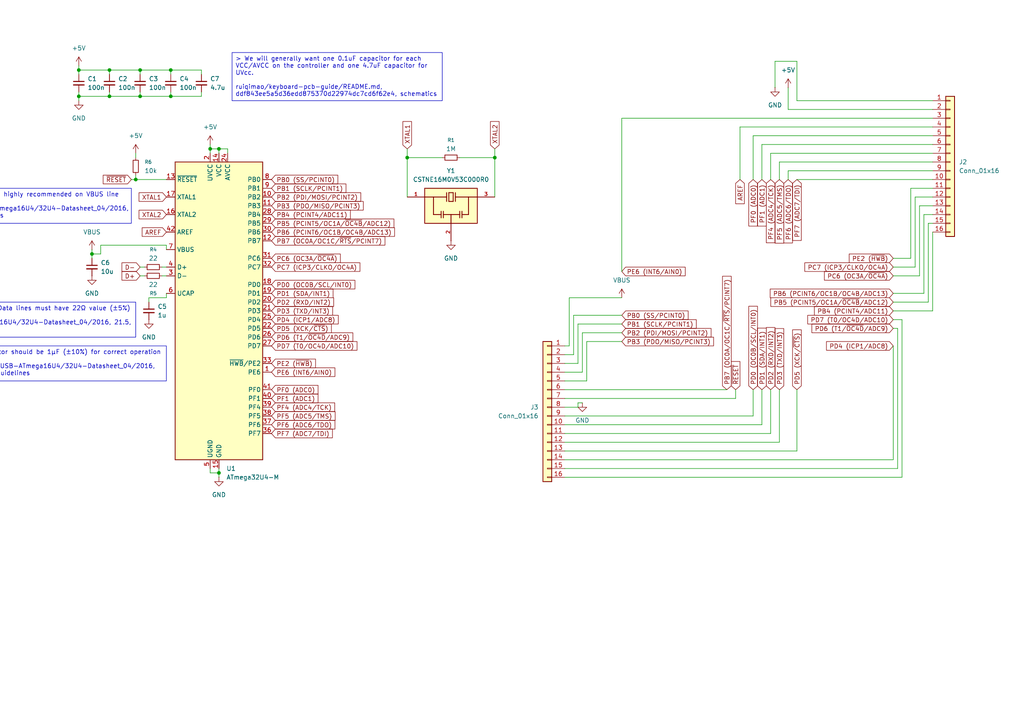
<source format=kicad_sch>
(kicad_sch (version 20250114) (generator "eeschema") (generator_version "9.0")
  (paper "A4")
  (lib_symbols
    (symbol "CSTNE16M0V53C000R0:CSTNE16M0V53C000R0" (pin_names (offset 1.016))
      (property "Reference" "Y" (at -7.62 6.35 0))
      (property "Value" "CSTNE16M0V53C000R0" (at 1.27 -6.35 0))
      (symbol "CSTNE16M0V53C000R0_0_0"
        (polyline (pts (xy -7.62 2.54) (xy -5.08 2.54)) (stroke (width 0.254)))
        (rectangle (start -7.62 -5.08) (end 7.62 5.08) (stroke (width 0.254)) (fill (type background)))
        (polyline (pts (xy -5.08 2.54) (xy -1.27 2.54)) (stroke (width 0.254)))
        (polyline (pts (xy -5.08 -2.54) (xy -5.08 2.54)) (stroke (width 0.254)))
        (polyline (pts (xy -2.8575 -1.5875) (xy -2.8575 -2.54)) (stroke (width 0.254)))
        (polyline (pts (xy -2.8575 -2.54) (xy -5.08 -2.54)) (stroke (width 0.254)))
        (polyline (pts (xy -2.8575 -2.54) (xy -2.8575 -3.4925)) (stroke (width 0.254)))
        (polyline (pts (xy -2.2225 -1.5875) (xy -2.2225 -2.54)) (stroke (width 0.254)))
        (polyline (pts (xy -2.2225 -2.54) (xy -2.2225 -3.4925)) (stroke (width 0.254)))
        (polyline (pts (xy -1.27 3.81) (xy -1.27 2.54)) (stroke (width 0.254)))
        (polyline (pts (xy -1.27 2.54) (xy -1.27 1.27)) (stroke (width 0.254)))
        (polyline (pts (xy -0.635 3.81) (xy 0.635 3.81)) (stroke (width 0.254)))
        (polyline (pts (xy -0.635 1.27) (xy -0.635 3.81)) (stroke (width 0.254)))
        (polyline (pts (xy 0 -2.54) (xy -2.2225 -2.54)) (stroke (width 0.254)))
        (polyline (pts (xy 0 -2.54) (xy 2.54 -2.54)) (stroke (width 0.254)))
        (polyline (pts (xy 0 -5.08) (xy 0 -2.54)) (stroke (width 0.254)))
        (polyline (pts (xy 0.635 3.81) (xy 0.635 1.27)) (stroke (width 0.254)))
        (polyline (pts (xy 0.635 1.27) (xy -0.635 1.27)) (stroke (width 0.254)))
        (polyline (pts (xy 1.27 3.81) (xy 1.27 2.54)) (stroke (width 0.254)))
        (polyline (pts (xy 1.27 2.54) (xy 1.27 1.27)) (stroke (width 0.254)))
        (polyline (pts (xy 1.27 2.54) (xy 5.08 2.54)) (stroke (width 0.254)))
        (polyline (pts (xy 2.54 -1.5875) (xy 2.54 -2.54)) (stroke (width 0.254)))
        (polyline (pts (xy 2.54 -2.54) (xy 2.54 -3.4925)) (stroke (width 0.254)))
        (polyline (pts (xy 3.175 -1.5875) (xy 3.175 -2.54)) (stroke (width 0.254)))
        (polyline (pts (xy 3.175 -2.54) (xy 3.175 -3.4925)) (stroke (width 0.254)))
        (polyline (pts (xy 3.175 -2.54) (xy 5.08 -2.54)) (stroke (width 0.254)))
        (polyline (pts (xy 5.08 2.54) (xy 7.62 2.54)) (stroke (width 0.254)))
        (polyline (pts (xy 5.08 -2.54) (xy 5.08 2.54)) (stroke (width 0.254)))
        (pin input line (at -12.7 2.54 0) (length 5.08) (name "~") (number "1"))
        (pin power_in line (at 0 -10.16 90) (length 5.08) (name "~") (number "2"))
        (pin output line (at 12.7 2.54 180) (length 5.08) (name "~") (number "3"))
      )
    )
    (symbol "Connector:USB_C_Receptacle_USB2.0_16P" (pin_names (offset 1.016))
      (property "Reference" "J" (at 0 22.225 0))
      (property "Value" "USB_C_Receptacle_USB2.0_16P" (at 0 19.685 0))
      (symbol "USB_C_Receptacle_USB2.0_16P_0_0"
        (rectangle (start -0.254 -17.78) (end 0.254 -16.764))
        (rectangle (start 10.16 15.494) (end 9.144 14.986))
        (rectangle (start 10.16 10.414) (end 9.144 9.906))
        (rectangle (start 10.16 7.874) (end 9.144 7.366))
        (rectangle (start 10.16 2.794) (end 9.144 2.286))
        (rectangle (start 10.16 0.254) (end 9.144 -0.254))
        (rectangle (start 10.16 -2.286) (end 9.144 -2.794))
        (rectangle (start 10.16 -4.826) (end 9.144 -5.334))
        (rectangle (start 10.16 -12.446) (end 9.144 -12.954))
        (rectangle (start 10.16 -14.986) (end 9.144 -15.494))
      )
      (symbol "USB_C_Receptacle_USB2.0_16P_0_1"
        (rectangle (start -10.16 17.78) (end 10.16 -17.78) (stroke (width 0.254)) (fill (type background)))
        (polyline (pts (xy -8.89 -3.81) (xy -8.89 3.81)) (stroke (width 0.508)))
        (rectangle (start -7.62 -3.81) (end -6.35 3.81) (stroke (width 0.254)) (fill (type outline)))
        (arc (start -7.62 3.81) (mid -6.985 4.4423) (end -6.35 3.81) (stroke (width 0.254)))
        (arc (start -7.62 3.81) (mid -6.985 4.4423) (end -6.35 3.81) (stroke (width 0.254)) (fill (type outline)))
        (arc (start -8.89 3.81) (mid -6.985 5.7067) (end -5.08 3.81) (stroke (width 0.508)))
        (arc (start -5.08 -3.81) (mid -6.985 -5.7067) (end -8.89 -3.81) (stroke (width 0.508)))
        (arc (start -6.35 -3.81) (mid -6.985 -4.4423) (end -7.62 -3.81) (stroke (width 0.254)))
        (arc (start -6.35 -3.81) (mid -6.985 -4.4423) (end -7.62 -3.81) (stroke (width 0.254)) (fill (type outline)))
        (polyline (pts (xy -5.08 3.81) (xy -5.08 -3.81)) (stroke (width 0.508)))
        (circle (center -2.54 1.143) (radius 0.635) (stroke (width 0.254)) (fill (type outline)))
        (polyline (pts (xy -1.27 4.318) (xy 0 6.858) (xy 1.27 4.318) (xy -1.27 4.318)) (stroke (width 0.254)) (fill (type outline)))
        (polyline (pts (xy 0 -2.032) (xy 2.54 0.508) (xy 2.54 1.778)) (stroke (width 0.508)))
        (polyline (pts (xy 0 -3.302) (xy -2.54 -0.762) (xy -2.54 0.508)) (stroke (width 0.508)))
        (polyline (pts (xy 0 -5.842) (xy 0 4.318)) (stroke (width 0.508)))
        (circle (center 0 -5.842) (radius 1.27) (fill (type outline)))
        (rectangle (start 1.905 1.778) (end 3.175 3.048) (stroke (width 0.254)) (fill (type outline)))
      )
      (symbol "USB_C_Receptacle_USB2.0_16P_1_1"
        (pin passive line (at -7.62 -22.86 90) (length 5.08) (name "SHIELD") (number "S1"))
        (pin passive line (at 0 -22.86 90) (length 5.08) (name "GND") (number "A1"))
        (pin passive line (at 0 -22.86 90) (length 5.08) (hide yes) (name "GND") (number "A12"))
        (pin passive line (at 0 -22.86 90) (length 5.08) (hide yes) (name "GND") (number "B1"))
        (pin passive line (at 0 -22.86 90) (length 5.08) (hide yes) (name "GND") (number "B12"))
        (pin passive line (at 15.24 15.24 180) (length 5.08) (name "VBUS") (number "A4"))
        (pin passive line (at 15.24 15.24 180) (length 5.08) (hide yes) (name "VBUS") (number "A9"))
        (pin passive line (at 15.24 15.24 180) (length 5.08) (hide yes) (name "VBUS") (number "B4"))
        (pin passive line (at 15.24 15.24 180) (length 5.08) (hide yes) (name "VBUS") (number "B9"))
        (pin bidirectional line (at 15.24 10.16 180) (length 5.08) (name "CC1") (number "A5"))
        (pin bidirectional line (at 15.24 7.62 180) (length 5.08) (name "CC2") (number "B5"))
        (pin bidirectional line (at 15.24 2.54 180) (length 5.08) (name "D-") (number "A7"))
        (pin bidirectional line (at 15.24 0 180) (length 5.08) (name "D-") (number "B7"))
        (pin bidirectional line (at 15.24 -2.54 180) (length 5.08) (name "D+") (number "A6"))
        (pin bidirectional line (at 15.24 -5.08 180) (length 5.08) (name "D+") (number "B6"))
        (pin bidirectional line (at 15.24 -12.7 180) (length 5.08) (name "SBU1") (number "A8"))
        (pin bidirectional line (at 15.24 -15.24 180) (length 5.08) (name "SBU2") (number "B8"))
      )
    )
    (symbol "Connector_Generic:Conn_01x16" (pin_names (offset 1.016) (hide yes))
      (property "Reference" "J" (at 0 20.32 0))
      (property "Value" "Conn_01x16" (at 0 -22.86 0))
      (symbol "Conn_01x16_1_1"
        (rectangle (start -1.27 19.05) (end 1.27 -21.59) (stroke (width 0.254)) (fill (type background)))
        (rectangle (start -1.27 17.907) (end 0 17.653) (stroke (width 0.1524)))
        (rectangle (start -1.27 15.367) (end 0 15.113) (stroke (width 0.1524)))
        (rectangle (start -1.27 12.827) (end 0 12.573) (stroke (width 0.1524)))
        (rectangle (start -1.27 10.287) (end 0 10.033) (stroke (width 0.1524)))
        (rectangle (start -1.27 7.747) (end 0 7.493) (stroke (width 0.1524)))
        (rectangle (start -1.27 5.207) (end 0 4.953) (stroke (width 0.1524)))
        (rectangle (start -1.27 2.667) (end 0 2.413) (stroke (width 0.1524)))
        (rectangle (start -1.27 0.127) (end 0 -0.127) (stroke (width 0.1524)))
        (rectangle (start -1.27 -2.413) (end 0 -2.667) (stroke (width 0.1524)))
        (rectangle (start -1.27 -4.953) (end 0 -5.207) (stroke (width 0.1524)))
        (rectangle (start -1.27 -7.493) (end 0 -7.747) (stroke (width 0.1524)))
        (rectangle (start -1.27 -10.033) (end 0 -10.287) (stroke (width 0.1524)))
        (rectangle (start -1.27 -12.573) (end 0 -12.827) (stroke (width 0.1524)))
        (rectangle (start -1.27 -15.113) (end 0 -15.367) (stroke (width 0.1524)))
        (rectangle (start -1.27 -17.653) (end 0 -17.907) (stroke (width 0.1524)))
        (rectangle (start -1.27 -20.193) (end 0 -20.447) (stroke (width 0.1524)))
        (pin passive line (at -5.08 17.78 0) (length 3.81) (name "Pin_1") (number "1"))
        (pin passive line (at -5.08 15.24 0) (length 3.81) (name "Pin_2") (number "2"))
        (pin passive line (at -5.08 12.7 0) (length 3.81) (name "Pin_3") (number "3"))
        (pin passive line (at -5.08 10.16 0) (length 3.81) (name "Pin_4") (number "4"))
        (pin passive line (at -5.08 7.62 0) (length 3.81) (name "Pin_5") (number "5"))
        (pin passive line (at -5.08 5.08 0) (length 3.81) (name "Pin_6") (number "6"))
        (pin passive line (at -5.08 2.54 0) (length 3.81) (name "Pin_7") (number "7"))
        (pin passive line (at -5.08 0 0) (length 3.81) (name "Pin_8") (number "8"))
        (pin passive line (at -5.08 -2.54 0) (length 3.81) (name "Pin_9") (number "9"))
        (pin passive line (at -5.08 -5.08 0) (length 3.81) (name "Pin_10") (number "10"))
        (pin passive line (at -5.08 -7.62 0) (length 3.81) (name "Pin_11") (number "11"))
        (pin passive line (at -5.08 -10.16 0) (length 3.81) (name "Pin_12") (number "12"))
        (pin passive line (at -5.08 -12.7 0) (length 3.81) (name "Pin_13") (number "13"))
        (pin passive line (at -5.08 -15.24 0) (length 3.81) (name "Pin_14") (number "14"))
        (pin passive line (at -5.08 -17.78 0) (length 3.81) (name "Pin_15") (number "15"))
        (pin passive line (at -5.08 -20.32 0) (length 3.81) (name "Pin_16") (number "16"))
      )
    )
    (symbol "Device:C_Small" (pin_numbers (hide yes)) (pin_names (offset 0.254) (hide yes))
      (property "Reference" "C" (at 0.254 1.778 0))
      (property "Value" "C_Small" (at 0.254 -2.032 0))
      (symbol "C_Small_0_1"
        (polyline (pts (xy -1.524 0.508) (xy 1.524 0.508)) (stroke (width 0.3048)))
        (polyline (pts (xy -1.524 -0.508) (xy 1.524 -0.508)) (stroke (width 0.3302)))
      )
      (symbol "C_Small_1_1"
        (pin passive line (at 0 2.54 270) (length 2.032) (name "~") (number "1"))
        (pin passive line (at 0 -2.54 90) (length 2.032) (name "~") (number "2"))
      )
    )
    (symbol "Device:R_Small" (pin_numbers (hide yes)) (pin_names (offset 0.254) (hide yes))
      (property "Reference" "R" (at 0 0 90))
      (property "Value" "R_Small" (at 1.778 0 90))
      (symbol "R_Small_0_1"
        (rectangle (start -0.762 1.778) (end 0.762 -1.778) (stroke (width 0.2032)))
      )
      (symbol "R_Small_1_1"
        (pin passive line (at 0 2.54 270) (length 0.762) (name "~") (number "1"))
        (pin passive line (at 0 -2.54 90) (length 0.762) (name "~") (number "2"))
      )
    )
    (symbol "MCU_Microchip_ATmega:ATmega32U4-M"
      (property "Reference" "U" (at -12.7 44.45 0))
      (property "Value" "ATmega32U4-M" (at 2.54 -44.45 0))
      (symbol "ATmega32U4-M_0_1"
        (rectangle (start -12.7 -43.18) (end 12.7 43.18) (stroke (width 0.254)) (fill (type background)))
      )
      (symbol "ATmega32U4-M_1_1"
        (pin input line (at -15.24 38.1 0) (length 2.54) (name "~{RESET}") (number "13"))
        (pin input line (at -15.24 33.02 0) (length 2.54) (name "XTAL1") (number "17"))
        (pin output line (at -15.24 27.94 0) (length 2.54) (name "XTAL2") (number "16"))
        (pin passive line (at -15.24 22.86 0) (length 2.54) (name "AREF") (number "42"))
        (pin input line (at -15.24 17.78 0) (length 2.54) (name "VBUS") (number "7"))
        (pin bidirectional line (at -15.24 12.7 0) (length 2.54) (name "D+") (number "4"))
        (pin bidirectional line (at -15.24 10.16 0) (length 2.54) (name "D-") (number "3"))
        (pin passive line (at -15.24 5.08 0) (length 2.54) (name "UCAP") (number "6"))
        (pin power_in line (at -2.54 45.72 270) (length 2.54) (name "UVCC") (number "2"))
        (pin passive line (at -2.54 -45.72 90) (length 2.54) (name "UGND") (number "5"))
        (pin power_in line (at 0 45.72 270) (length 2.54) (name "VCC") (number "14"))
        (pin passive line (at 0 45.72 270) (length 2.54) (hide yes) (name "VCC") (number "34"))
        (pin power_in line (at 0 -45.72 90) (length 2.54) (name "GND") (number "15"))
        (pin passive line (at 0 -45.72 90) (length 2.54) (hide yes) (name "GND") (number "23"))
        (pin passive line (at 0 -45.72 90) (length 2.54) (hide yes) (name "GND") (number "35"))
        (pin passive line (at 0 -45.72 90) (length 2.54) (hide yes) (name "GND") (number "43"))
        (pin passive line (at 0 -45.72 90) (length 2.54) (hide yes) (name "GND") (number "45"))
        (pin power_in line (at 2.54 45.72 270) (length 2.54) (name "AVCC") (number "24"))
        (pin passive line (at 2.54 45.72 270) (length 2.54) (hide yes) (name "AVCC") (number "44"))
        (pin bidirectional line (at 15.24 38.1 180) (length 2.54) (name "PB0") (number "8"))
        (pin bidirectional line (at 15.24 35.56 180) (length 2.54) (name "PB1") (number "9"))
        (pin bidirectional line (at 15.24 33.02 180) (length 2.54) (name "PB2") (number "10"))
        (pin bidirectional line (at 15.24 30.48 180) (length 2.54) (name "PB3") (number "11"))
        (pin bidirectional line (at 15.24 27.94 180) (length 2.54) (name "PB4") (number "28"))
        (pin bidirectional line (at 15.24 25.4 180) (length 2.54) (name "PB5") (number "29"))
        (pin bidirectional line (at 15.24 22.86 180) (length 2.54) (name "PB6") (number "30"))
        (pin bidirectional line (at 15.24 20.32 180) (length 2.54) (name "PB7") (number "12"))
        (pin bidirectional line (at 15.24 15.24 180) (length 2.54) (name "PC6") (number "31"))
        (pin bidirectional line (at 15.24 12.7 180) (length 2.54) (name "PC7") (number "32"))
        (pin bidirectional line (at 15.24 7.62 180) (length 2.54) (name "PD0") (number "18"))
        (pin bidirectional line (at 15.24 5.08 180) (length 2.54) (name "PD1") (number "19"))
        (pin bidirectional line (at 15.24 2.54 180) (length 2.54) (name "PD2") (number "20"))
        (pin bidirectional line (at 15.24 0 180) (length 2.54) (name "PD3") (number "21"))
        (pin bidirectional line (at 15.24 -2.54 180) (length 2.54) (name "PD4") (number "25"))
        (pin bidirectional line (at 15.24 -5.08 180) (length 2.54) (name "PD5") (number "22"))
        (pin bidirectional line (at 15.24 -7.62 180) (length 2.54) (name "PD6") (number "26"))
        (pin bidirectional line (at 15.24 -10.16 180) (length 2.54) (name "PD7") (number "27"))
        (pin bidirectional line (at 15.24 -15.24 180) (length 2.54) (name "~{HWB}/PE2") (number "33"))
        (pin bidirectional line (at 15.24 -17.78 180) (length 2.54) (name "PE6") (number "1"))
        (pin bidirectional line (at 15.24 -22.86 180) (length 2.54) (name "PF0") (number "41"))
        (pin bidirectional line (at 15.24 -25.4 180) (length 2.54) (name "PF1") (number "40"))
        (pin bidirectional line (at 15.24 -27.94 180) (length 2.54) (name "PF4") (number "39"))
        (pin bidirectional line (at 15.24 -30.48 180) (length 2.54) (name "PF5") (number "38"))
        (pin bidirectional line (at 15.24 -33.02 180) (length 2.54) (name "PF6") (number "37"))
        (pin bidirectional line (at 15.24 -35.56 180) (length 2.54) (name "PF7") (number "36"))
      )
    )
    (symbol "power:+5V" (power) (pin_numbers (hide yes)) (pin_names (offset 0) (hide yes))
      (property "Value" "+5V" (at 0 3.556 0))
      (symbol "+5V_0_1"
        (polyline (pts (xy -0.762 1.27) (xy 0 2.54)))
        (polyline (pts (xy 0 2.54) (xy 0.762 1.27)))
        (polyline (pts (xy 0 0) (xy 0 2.54)))
      )
      (symbol "+5V_1_1"
        (pin power_in line (at 0 0 90) (length 0) (name "~") (number "1"))
      )
    )
    (symbol "power:GND" (power) (pin_numbers (hide yes)) (pin_names (offset 0) (hide yes))
      (property "Value" "GND" (at 0 -3.81 0))
      (symbol "GND_0_1"
        (polyline (pts (xy 0 0) (xy 0 -1.27) (xy 1.27 -1.27) (xy 0 -2.54) (xy -1.27 -1.27) (xy 0 -1.27)))
      )
      (symbol "GND_1_1"
        (pin power_in line (at 0 0 270) (length 0) (name "~") (number "1"))
      )
    )
    (symbol "power:VBUS" (power) (pin_numbers (hide yes)) (pin_names (offset 0) (hide yes))
      (property "Value" "VBUS" (at 0 3.556 0))
      (symbol "VBUS_0_1"
        (polyline (pts (xy -0.762 1.27) (xy 0 2.54)))
        (polyline (pts (xy 0 2.54) (xy 0.762 1.27)))
        (polyline (pts (xy 0 0) (xy 0 2.54)))
      )
      (symbol "VBUS_1_1"
        (pin power_in line (at 0 0 90) (length 0) (name "~") (number "1"))
      )
    )
  )
  (text_box "> A 10µF capacitor is highly recommended on VBUS line\n\nAtmel-7766J-USB-ATmega16U4/32U4-Datasheet_04/2016, 21.5, Design Guidelines" (at -22.86 54.61 0) (size 60.96 10.16) (margins 0.9525 0.9525 0.9525 0.9525) (effects (font (size 1.27 1.27)) (justify left top)))
  (text_box "> U_{cap} capacitor should be 1µF (±10%) for correct operation\n\nAtmel-7766J-USB-ATmega16U4/32U4-Datasheet_04/2016, 21.5, Design Guidelines" (at -15.24 100.33 0) (size 63.5 10.16) (margins 0.9525 0.9525 0.9525 0.9525) (effects (font (size 1.27 1.27)) (justify left top)))
  (text_box "> Serial resistors on USB Data lines must have 22Ω value (±5%)\n\nAtmel-7766J-USB-ATmega16U4/32U4-Datasheet_04/2016, 21.5, Design Guidelines" (at -27.94 87.63 0) (size 67.31 10.16) (margins 0.9525 0.9525 0.9525 0.9525) (effects (font (size 1.27 1.27)) (justify left top)))
  (text_box "> We will generally want one 0.1uF capacitor for each VCC/AVCC on the controller and one 4.7uF capacitor for UVcc.\n\nruiqimao/keyboard-pcb-guide/README.md, ddf843ee5a5d36edd875370d22974dc7cd6f62e4, schematics" (at 67.31 15.24 0) (size 60.96 13.97) (margins 0.9525 0.9525 0.9525 0.9525) (effects (font (size 1.27 1.27)) (justify left top)))
  (junction (at 49.53 20.32))
  (junction (at 22.86 20.32))
  (junction (at 118.11 45.72))
  (junction (at 31.75 27.94))
  (junction (at 40.64 20.32))
  (junction (at 49.53 27.94))
  (junction (at 143.51 45.72))
  (junction (at 60.96 43.18))
  (junction (at 39.37 52.07))
  (junction (at -48.26 104.14))
  (junction (at 22.86 27.94))
  (junction (at 40.64 27.94))
  (junction (at -22.86 72.39))
  (junction (at 63.5 43.18))
  (junction (at 26.67 73.66))
  (junction (at 31.75 20.32))
  (junction (at 63.5 137.16))
  (no_connect (at -33.02 92.71))
  (no_connect (at -33.02 95.25))
  (wire (pts (xy 163.83 113.03) (xy 210.82 113.03)))
  (wire (pts (xy 220.98 113.03) (xy 220.98 123.19)))
  (wire (pts (xy -25.4 69.85) (xy -22.86 69.85)))
  (wire (pts (xy 223.52 52.07) (xy 223.52 44.45)))
  (wire (pts (xy 218.44 39.37) (xy 270.51 39.37)))
  (wire (pts (xy 214.63 36.83) (xy 270.51 36.83)))
  (wire (pts (xy 163.83 115.57) (xy 213.36 115.57)))
  (wire (pts (xy -33.02 85.09) (xy -31.75 85.09)))
  (wire (pts (xy 143.51 43.18) (xy 143.51 45.72)))
  (wire (pts (xy 163.83 120.65) (xy 218.44 120.65)))
  (wire (pts (xy -30.48 62.23) (xy -30.48 64.77)))
  (wire (pts (xy 231.14 17.78) (xy 224.79 17.78)))
  (wire (pts (xy 259.08 77.47) (xy 265.43 77.47)))
  (wire (pts (xy 143.51 45.72) (xy 143.51 57.15)))
  (wire (pts (xy 58.42 21.59) (xy 58.42 20.32)))
  (wire (pts (xy 231.14 52.07) (xy 270.51 52.07)))
  (wire (pts (xy 167.64 93.98) (xy 167.64 105.41)))
  (wire (pts (xy 264.16 54.61) (xy 264.16 74.93)))
  (wire (pts (xy 163.83 133.35) (xy 259.08 133.35)))
  (wire (pts (xy 165.1 86.36) (xy 165.1 100.33)))
  (wire (pts (xy -30.48 64.77) (xy -33.02 64.77)))
  (wire (pts (xy -33.02 77.47) (xy -31.75 77.47)))
  (wire (pts (xy 40.64 20.32) (xy 40.64 21.59)))
  (wire (pts (xy 270.51 57.15) (xy 265.43 57.15)))
  (wire (pts (xy -31.75 77.47) (xy -31.75 80.01)))
  (wire (pts (xy 46.99 80.01) (xy 48.26 80.01)))
  (wire (pts (xy 218.44 113.03) (xy 218.44 120.65)))
  (wire (pts (xy 270.51 64.77) (xy 269.24 64.77)))
  (wire (pts (xy 259.08 95.25) (xy 260.35 95.25)))
  (wire (pts (xy 49.53 26.67) (xy 49.53 27.94)))
  (wire (pts (xy 167.64 105.41) (xy 163.83 105.41)))
  (wire (pts (xy 259.08 92.71) (xy 261.62 92.71)))
  (wire (pts (xy 261.62 138.43) (xy 163.83 138.43)))
  (wire (pts (xy 259.08 85.09) (xy 267.97 85.09)))
  (wire (pts (xy 259.08 90.17) (xy 270.51 90.17)))
  (wire (pts (xy 66.04 43.18) (xy 63.5 43.18)))
  (wire (pts (xy 223.52 113.03) (xy 223.52 125.73)))
  (wire (pts (xy 29.21 71.12) (xy 29.21 73.66)))
  (wire (pts (xy 40.64 27.94) (xy 31.75 27.94)))
  (wire (pts (xy 22.86 20.32) (xy 22.86 21.59)))
  (wire (pts (xy 48.26 71.12) (xy 48.26 72.39)))
  (wire (pts (xy 39.37 52.07) (xy 48.26 52.07)))
  (wire (pts (xy 118.11 43.18) (xy 118.11 45.72)))
  (wire (pts (xy 40.64 26.67) (xy 40.64 27.94)))
  (wire (pts (xy 264.16 74.93) (xy 259.08 74.93)))
  (wire (pts (xy 63.5 137.16) (xy 63.5 138.43)))
  (wire (pts (xy 270.51 67.31) (xy 270.51 90.17)))
  (wire (pts (xy 43.18 86.36) (xy 43.18 87.63)))
  (wire (pts (xy 168.91 96.52) (xy 168.91 107.95)))
  (wire (pts (xy 163.83 123.19) (xy 220.98 123.19)))
  (wire (pts (xy 228.6 25.4) (xy 228.6 31.75)))
  (wire (pts (xy 40.64 77.47) (xy 41.91 77.47)))
  (wire (pts (xy 26.67 73.66) (xy 26.67 74.93)))
  (wire (pts (xy 60.96 135.89) (xy 60.96 137.16)))
  (wire (pts (xy 226.06 113.03) (xy 226.06 128.27)))
  (wire (pts (xy 63.5 135.89) (xy 63.5 137.16)))
  (wire (pts (xy 66.04 44.45) (xy 66.04 43.18)))
  (wire (pts (xy 58.42 27.94) (xy 49.53 27.94)))
  (wire (pts (xy 31.75 20.32) (xy 31.75 21.59)))
  (wire (pts (xy 226.06 52.07) (xy 226.06 46.99)))
  (wire (pts (xy -22.86 69.85) (xy -22.86 72.39)))
  (wire (pts (xy -25.4 72.39) (xy -22.86 72.39)))
  (wire (pts (xy 22.86 19.05) (xy 22.86 20.32)))
  (wire (pts (xy 214.63 36.83) (xy 214.63 52.07)))
  (wire (pts (xy 58.42 20.32) (xy 49.53 20.32)))
  (wire (pts (xy 163.83 128.27) (xy 226.06 128.27)))
  (wire (pts (xy 228.6 31.75) (xy 270.51 31.75)))
  (wire (pts (xy 31.75 27.94) (xy 22.86 27.94)))
  (wire (pts (xy 38.1 52.07) (xy 39.37 52.07)))
  (wire (pts (xy 60.96 137.16) (xy 63.5 137.16)))
  (wire (pts (xy 63.5 44.45) (xy 63.5 43.18)))
  (wire (pts (xy -33.02 72.39) (xy -30.48 72.39)))
  (wire (pts (xy 180.34 34.29) (xy 180.34 78.74)))
  (wire (pts (xy -33.02 82.55) (xy -31.75 82.55)))
  (wire (pts (xy 224.79 17.78) (xy 224.79 25.4)))
  (wire (pts (xy 231.14 29.21) (xy 231.14 17.78)))
  (wire (pts (xy -55.88 104.14) (xy -48.26 104.14)))
  (wire (pts (xy 163.83 130.81) (xy 231.14 130.81)))
  (wire (pts (xy 48.26 71.12) (xy 29.21 71.12)))
  (wire (pts (xy -31.75 82.55) (xy -31.75 85.09)))
  (wire (pts (xy 60.96 43.18) (xy 60.96 44.45)))
  (wire (pts (xy 118.11 45.72) (xy 128.27 45.72)))
  (wire (pts (xy 180.34 91.44) (xy 166.37 91.44)))
  (wire (pts (xy 167.64 116.84) (xy 168.91 116.84)))
  (wire (pts (xy 180.34 86.36) (xy 165.1 86.36)))
  (wire (pts (xy 269.24 64.77) (xy 269.24 87.63)))
  (wire (pts (xy 166.37 102.87) (xy 163.83 102.87)))
  (wire (pts (xy 213.36 113.03) (xy 213.36 115.57)))
  (wire (pts (xy 29.21 73.66) (xy 26.67 73.66)))
  (wire (pts (xy 266.7 59.69) (xy 266.7 80.01)))
  (wire (pts (xy -33.02 69.85) (xy -30.48 69.85)))
  (wire (pts (xy 260.35 95.25) (xy 260.35 135.89)))
  (wire (pts (xy 63.5 43.18) (xy 60.96 43.18)))
  (wire (pts (xy 267.97 62.23) (xy 267.97 85.09)))
  (wire (pts (xy 60.96 41.91) (xy 60.96 43.18)))
  (wire (pts (xy 31.75 20.32) (xy 22.86 20.32)))
  (wire (pts (xy 167.64 118.11) (xy 167.64 116.84)))
  (wire (pts (xy 259.08 80.01) (xy 266.7 80.01)))
  (wire (pts (xy 39.37 44.45) (xy 39.37 45.72)))
  (wire (pts (xy 180.34 99.06) (xy 170.18 99.06)))
  (wire (pts (xy 48.26 86.36) (xy 43.18 86.36)))
  (wire (pts (xy 49.53 27.94) (xy 40.64 27.94)))
  (wire (pts (xy 170.18 110.49) (xy 163.83 110.49)))
  (wire (pts (xy 180.34 34.29) (xy 270.51 34.29)))
  (wire (pts (xy 259.08 100.33) (xy 259.08 133.35)))
  (wire (pts (xy 133.35 45.72) (xy 143.51 45.72)))
  (wire (pts (xy 180.34 93.98) (xy 167.64 93.98)))
  (wire (pts (xy 40.64 80.01) (xy 41.91 80.01)))
  (wire (pts (xy 22.86 29.21) (xy 22.86 27.94)))
  (wire (pts (xy -55.88 102.87) (xy -55.88 104.14)))
  (wire (pts (xy 270.51 29.21) (xy 231.14 29.21)))
  (wire (pts (xy 226.06 46.99) (xy 270.51 46.99)))
  (wire (pts (xy 261.62 92.71) (xy 261.62 138.43)))
  (wire (pts (xy 166.37 91.44) (xy 166.37 102.87)))
  (wire (pts (xy 46.99 77.47) (xy 48.26 77.47)))
  (wire (pts (xy 220.98 52.07) (xy 220.98 41.91)))
  (wire (pts (xy 270.51 59.69) (xy 266.7 59.69)))
  (wire (pts (xy -22.86 73.66) (xy -22.86 72.39)))
  (wire (pts (xy 49.53 20.32) (xy 40.64 20.32)))
  (wire (pts (xy -48.26 102.87) (xy -48.26 104.14)))
  (wire (pts (xy 180.34 96.52) (xy 168.91 96.52)))
  (wire (pts (xy 228.6 49.53) (xy 270.51 49.53)))
  (wire (pts (xy 163.83 135.89) (xy 260.35 135.89)))
  (wire (pts (xy 228.6 49.53) (xy 228.6 52.07)))
  (wire (pts (xy 31.75 26.67) (xy 31.75 27.94)))
  (wire (pts (xy 259.08 87.63) (xy 269.24 87.63)))
  (wire (pts (xy -48.26 104.14) (xy -48.26 105.41)))
  (wire (pts (xy 220.98 41.91) (xy 270.51 41.91)))
  (wire (pts (xy 270.51 54.61) (xy 264.16 54.61)))
  (wire (pts (xy 165.1 100.33) (xy 163.83 100.33)))
  (wire (pts (xy 26.67 72.39) (xy 26.67 73.66)))
  (wire (pts (xy 170.18 99.06) (xy 170.18 110.49)))
  (wire (pts (xy -33.02 80.01) (xy -31.75 80.01)))
  (wire (pts (xy 265.43 57.15) (xy 265.43 77.47)))
  (wire (pts (xy 223.52 44.45) (xy 270.51 44.45)))
  (wire (pts (xy 49.53 20.32) (xy 49.53 21.59)))
  (wire (pts (xy 218.44 52.07) (xy 218.44 39.37)))
  (wire (pts (xy 58.42 26.67) (xy 58.42 27.94)))
  (wire (pts (xy 39.37 50.8) (xy 39.37 52.07)))
  (wire (pts (xy 163.83 125.73) (xy 223.52 125.73)))
  (wire (pts (xy 163.83 118.11) (xy 167.64 118.11)))
  (wire (pts (xy 22.86 27.94) (xy 22.86 26.67)))
  (wire (pts (xy 231.14 113.03) (xy 231.14 130.81)))
  (wire (pts (xy 270.51 62.23) (xy 267.97 62.23)))
  (wire (pts (xy 40.64 20.32) (xy 31.75 20.32)))
  (wire (pts (xy 168.91 107.95) (xy 163.83 107.95)))
  (wire (pts (xy 48.26 86.36) (xy 48.26 85.09)))
  (wire (pts (xy 118.11 45.72) (xy 118.11 57.15)))
  (global_label "PB4 (PCINT4{slash}ADC11)" (shape input) (at 78.74 62.23 0) (property "Intersheetrefs" "${INTERSHEET_REFS}" (effects (hide yes))))
  (global_label "PE6 (INT6{slash}AIN0)" (shape input) (at 78.74 107.95 0) (property "Intersheetrefs" "${INTERSHEET_REFS}" (effects (hide yes))))
  (global_label "PF5 (ADC5{slash}TMS)" (shape input) (at 78.74 120.65 0) (property "Intersheetrefs" "${INTERSHEET_REFS}" (effects (hide yes))))
  (global_label "~{RESET}" (shape input) (at 38.1 52.07 180) (property "Intersheetrefs" "${INTERSHEET_REFS}" (effects (hide yes))))
  (global_label "PD5 (XCK{slash}~{CTS})" (shape input) (at 78.74 95.25 0) (property "Intersheetrefs" "${INTERSHEET_REFS}" (effects (hide yes))))
  (global_label "PD1 (SDA{slash}INT1)" (shape input) (at 78.74 85.09 0) (property "Intersheetrefs" "${INTERSHEET_REFS}" (effects (hide yes))))
  (global_label "PF7 (ADC7{slash}TDI)" (shape input) (at 231.14 52.07 270) (property "Intersheetrefs" "${INTERSHEET_REFS}" (effects (hide yes))))
  (global_label "PB7 (OC0A{slash}OC1C{slash}~{RTS}{slash}PCINT7)" (shape input) (at 210.82 113.03 90) (property "Intersheetrefs" "${INTERSHEET_REFS}" (effects (hide yes))))
  (global_label "PB2 (PDI{slash}MOSI{slash}PCINT2)" (shape input) (at 78.74 57.15 0) (property "Intersheetrefs" "${INTERSHEET_REFS}" (effects (hide yes))))
  (global_label "PD2 (RXD{slash}INT2)" (shape input) (at 78.74 87.63 0) (property "Intersheetrefs" "${INTERSHEET_REFS}" (effects (hide yes))))
  (global_label "PB5 (PCINT5{slash}OC1A{slash}~{OC4B}{slash}ADC12)" (shape input) (at 259.08 87.63 180) (property "Intersheetrefs" "${INTERSHEET_REFS}" (effects (hide yes))))
  (global_label "PB2 (PDI{slash}MOSI{slash}PCINT2)" (shape input) (at 180.34 96.52 0) (property "Intersheetrefs" "${INTERSHEET_REFS}" (effects (hide yes))))
  (global_label "PB3 (PDO{slash}MISO{slash}PCINT3)" (shape input) (at 78.74 59.69 0) (property "Intersheetrefs" "${INTERSHEET_REFS}" (effects (hide yes))))
  (global_label "PC6 (OC3A{slash}~{OC4A})" (shape input) (at 259.08 80.01 180) (property "Intersheetrefs" "${INTERSHEET_REFS}" (effects (hide yes))))
  (global_label "PB5 (PCINT5{slash}OC1A{slash}~{OC4B}{slash}ADC12)" (shape input) (at 78.74 64.77 0) (property "Intersheetrefs" "${INTERSHEET_REFS}" (effects (hide yes))))
  (global_label "XTAL2" (shape input) (at 48.26 62.23 180) (property "Intersheetrefs" "${INTERSHEET_REFS}" (effects (hide yes))))
  (global_label "PD7 (T0{slash}OC4D{slash}ADC10)" (shape input) (at 78.74 100.33 0) (property "Intersheetrefs" "${INTERSHEET_REFS}" (effects (hide yes))))
  (global_label "PD6 (T1{slash}~{OC4D}{slash}ADC9)" (shape input) (at 259.08 95.25 180) (property "Intersheetrefs" "${INTERSHEET_REFS}" (effects (hide yes))))
  (global_label "PF1 (ADC1)" (shape input) (at 78.74 115.57 0) (property "Intersheetrefs" "${INTERSHEET_REFS}" (effects (hide yes))))
  (global_label "PE2 (~{HWB})" (shape input) (at 259.08 74.93 180) (property "Intersheetrefs" "${INTERSHEET_REFS}" (effects (hide yes))))
  (global_label "PF0 (ADC0)" (shape input) (at 78.74 113.03 0) (property "Intersheetrefs" "${INTERSHEET_REFS}" (effects (hide yes))))
  (global_label "D+" (shape input) (at -31.75 83.82 0) (property "Intersheetrefs" "${INTERSHEET_REFS}" (effects (hide yes))))
  (global_label "PD5 (XCK{slash}~{CTS})" (shape input) (at 231.14 113.03 90) (property "Intersheetrefs" "${INTERSHEET_REFS}" (effects (hide yes))))
  (global_label "PF5 (ADC5{slash}TMS)" (shape input) (at 226.06 52.07 270) (property "Intersheetrefs" "${INTERSHEET_REFS}" (effects (hide yes))))
  (global_label "PF6 (ADC6{slash}TDO)" (shape input) (at 78.74 123.19 0) (property "Intersheetrefs" "${INTERSHEET_REFS}" (effects (hide yes))))
  (global_label "PD4 (ICP1{slash}ADC8)" (shape input) (at 259.08 100.33 180) (property "Intersheetrefs" "${INTERSHEET_REFS}" (effects (hide yes))))
  (global_label "PF7 (ADC7{slash}TDI)" (shape input) (at 78.74 125.73 0) (property "Intersheetrefs" "${INTERSHEET_REFS}" (effects (hide yes))))
  (global_label "~{RESET}" (shape input) (at 213.36 113.03 90) (property "Intersheetrefs" "${INTERSHEET_REFS}" (effects (hide yes))))
  (global_label "D-" (shape input) (at -31.75 80.01 0) (property "Intersheetrefs" "${INTERSHEET_REFS}" (effects (hide yes))))
  (global_label "PB7 (OC0A{slash}OC1C{slash}~{RTS}{slash}PCINT7)" (shape input) (at 78.74 69.85 0) (property "Intersheetrefs" "${INTERSHEET_REFS}" (effects (hide yes))))
  (global_label "PE2 (~{HWB})" (shape input) (at 78.74 105.41 0) (property "Intersheetrefs" "${INTERSHEET_REFS}" (effects (hide yes))))
  (global_label "PD0 (OC0B{slash}SCL{slash}INT0)" (shape input) (at 78.74 82.55 0) (property "Intersheetrefs" "${INTERSHEET_REFS}" (effects (hide yes))))
  (global_label "PB6 (PCINT6{slash}OC1B{slash}OC4B{slash}ADC13)" (shape input) (at 259.08 85.09 180) (property "Intersheetrefs" "${INTERSHEET_REFS}" (effects (hide yes))))
  (global_label "PB4 (PCINT4{slash}ADC11)" (shape input) (at 259.08 90.17 180) (property "Intersheetrefs" "${INTERSHEET_REFS}" (effects (hide yes))))
  (global_label "PD3 (TXD{slash}INT3)" (shape input) (at 226.06 113.03 90) (property "Intersheetrefs" "${INTERSHEET_REFS}" (effects (hide yes))))
  (global_label "PD1 (SDA{slash}INT1)" (shape input) (at 220.98 113.03 90) (property "Intersheetrefs" "${INTERSHEET_REFS}" (effects (hide yes))))
  (global_label "PD2 (RXD{slash}INT2)" (shape input) (at 223.52 113.03 90) (property "Intersheetrefs" "${INTERSHEET_REFS}" (effects (hide yes))))
  (global_label "XTAL1" (shape input) (at 48.26 57.15 180) (property "Intersheetrefs" "${INTERSHEET_REFS}" (effects (hide yes))))
  (global_label "AREF" (shape input) (at 48.26 67.31 180) (property "Intersheetrefs" "${INTERSHEET_REFS}" (effects (hide yes))))
  (global_label "PB0 (SS{slash}PCINT0)" (shape input) (at 180.34 91.44 0) (property "Intersheetrefs" "${INTERSHEET_REFS}" (effects (hide yes))))
  (global_label "PF1 (ADC1)" (shape input) (at 220.98 52.07 270) (property "Intersheetrefs" "${INTERSHEET_REFS}" (effects (hide yes))))
  (global_label "PD7 (T0{slash}OC4D{slash}ADC10)" (shape input) (at 259.08 92.71 180) (property "Intersheetrefs" "${INTERSHEET_REFS}" (effects (hide yes))))
  (global_label "PB6 (PCINT6{slash}OC1B{slash}OC4B{slash}ADC13)" (shape input) (at 78.74 67.31 0) (property "Intersheetrefs" "${INTERSHEET_REFS}" (effects (hide yes))))
  (global_label "XTAL1" (shape input) (at 118.11 43.18 90) (property "Intersheetrefs" "${INTERSHEET_REFS}" (effects (hide yes))))
  (global_label "PC7 (ICP3{slash}CLKO{slash}OC4A)" (shape input) (at 259.08 77.47 180) (property "Intersheetrefs" "${INTERSHEET_REFS}" (effects (hide yes))))
  (global_label "PB1 (SCLK{slash}PCINT1)" (shape input) (at 78.74 54.61 0) (property "Intersheetrefs" "${INTERSHEET_REFS}" (effects (hide yes))))
  (global_label "PB0 (SS{slash}PCINT0)" (shape input) (at 78.74 52.07 0) (property "Intersheetrefs" "${INTERSHEET_REFS}" (effects (hide yes))))
  (global_label "XTAL2" (shape input) (at 143.51 43.18 90) (property "Intersheetrefs" "${INTERSHEET_REFS}" (effects (hide yes))))
  (global_label "AREF" (shape input) (at 214.63 52.07 270) (property "Intersheetrefs" "${INTERSHEET_REFS}" (effects (hide yes))))
  (global_label "PC6 (OC3A{slash}~{OC4A})" (shape input) (at 78.74 74.93 0) (property "Intersheetrefs" "${INTERSHEET_REFS}" (effects (hide yes))))
  (global_label "PB3 (PDO{slash}MISO{slash}PCINT3)" (shape input) (at 180.34 99.06 0) (property "Intersheetrefs" "${INTERSHEET_REFS}" (effects (hide yes))))
  (global_label "PF0 (ADC0)" (shape input) (at 218.44 52.07 270) (property "Intersheetrefs" "${INTERSHEET_REFS}" (effects (hide yes))))
  (global_label "PD6 (T1{slash}~{OC4D}{slash}ADC9)" (shape input) (at 78.74 97.79 0) (property "Intersheetrefs" "${INTERSHEET_REFS}" (effects (hide yes))))
  (global_label "PD4 (ICP1{slash}ADC8)" (shape input) (at 78.74 92.71 0) (property "Intersheetrefs" "${INTERSHEET_REFS}" (effects (hide yes))))
  (global_label "D+" (shape input) (at 40.64 80.01 180) (property "Intersheetrefs" "${INTERSHEET_REFS}" (effects (hide yes))))
  (global_label "D-" (shape input) (at 40.64 77.47 180) (property "Intersheetrefs" "${INTERSHEET_REFS}" (effects (hide yes))))
  (global_label "PC7 (ICP3{slash}CLKO{slash}OC4A)" (shape input) (at 78.74 77.47 0) (property "Intersheetrefs" "${INTERSHEET_REFS}" (effects (hide yes))))
  (global_label "PF4 (ADC4{slash}TCK)" (shape input) (at 78.74 118.11 0) (property "Intersheetrefs" "${INTERSHEET_REFS}" (effects (hide yes))))
  (global_label "PD3 (TXD{slash}INT3)" (shape input) (at 78.74 90.17 0) (property "Intersheetrefs" "${INTERSHEET_REFS}" (effects (hide yes))))
  (global_label "PE6 (INT6{slash}AIN0)" (shape input) (at 180.34 78.74 0) (property "Intersheetrefs" "${INTERSHEET_REFS}" (effects (hide yes))))
  (global_label "PF6 (ADC6{slash}TDO)" (shape input) (at 228.6 52.07 270) (property "Intersheetrefs" "${INTERSHEET_REFS}" (effects (hide yes))))
  (global_label "PF4 (ADC4{slash}TCK)" (shape input) (at 223.52 52.07 270) (property "Intersheetrefs" "${INTERSHEET_REFS}" (effects (hide yes))))
  (global_label "PD0 (OC0B{slash}SCL{slash}INT0)" (shape input) (at 218.44 113.03 90) (property "Intersheetrefs" "${INTERSHEET_REFS}" (effects (hide yes))))
  (global_label "PB1 (SCLK{slash}PCINT1)" (shape input) (at 180.34 93.98 0) (property "Intersheetrefs" "${INTERSHEET_REFS}" (effects (hide yes))))
  (symbol (lib_id "power:GND") (at 130.81 69.85 0) (unit 1)
    (property "Reference" "#PWR01" (effects (hide yes)))
    (property "Value" "GND" (at 130.81 74.93 0))
    (property "Description" "Power symbol creates a global label with name \"GND\" , ground" (effects (hide yes)))
  )
  (symbol (lib_id "power:GND") (at -48.26 105.41 0) (unit 1)
    (property "Reference" "#PWR010" (effects (hide yes)))
    (property "Value" "GND" (at -48.26 110.49 0))
    (property "Description" "Power symbol creates a global label with name \"GND\" , ground" (effects (hide yes)))
  )
  (symbol (lib_id "Device:R_Small") (at 44.45 77.47 90) (unit 1)
    (property "Reference" "R4" (at 44.45 72.39 90) (effects (font (size 1.016 1.016))))
    (property "Value" "22" (at 44.45 74.93 90))
    (property "Footprint" "Resistor_SMD:R_0402_1005Metric" (effects (hide yes)))
    (property "Description" "Resistor, small symbol" (effects (hide yes)))
  )
  (symbol (lib_id "power:+5V") (at 228.6 25.4 0) (unit 1)
    (property "Reference" "#PWR012" (effects (hide yes)))
    (property "Value" "+5V" (at 228.6 20.32 0))
    (property "Description" "Power symbol creates a global label with name \"+5V\"" (effects (hide yes)))
  )
  (symbol (lib_id "power:VBUS") (at -30.48 62.23 0) (unit 1)
    (property "Reference" "#PWR06" (effects (hide yes)))
    (property "Value" "VBUS" (at -30.48 57.15 0))
    (property "Description" "Power symbol creates a global label with name \"VBUS\"" (effects (hide yes)))
  )
  (symbol (lib_id "Device:C_Small") (at 26.67 77.47 0) (unit 1)
    (property "Reference" "C6" (at 29.21 76.2062 0) (effects (justify left)))
    (property "Value" "10u" (at 29.21 78.7462 0) (effects (justify left)))
    (property "Footprint" "Capacitor_SMD:C_0402_1005Metric" (effects (hide yes)))
    (property "Description" "Unpolarized capacitor, small symbol" (effects (hide yes)))
  )
  (symbol (lib_id "power:VBUS") (at 26.67 72.39 0) (unit 1)
    (property "Reference" "#PWR07" (effects (hide yes)))
    (property "Value" "VBUS" (at 26.67 67.31 0))
    (property "Description" "Power symbol creates a global label with name \"VBUS\"" (effects (hide yes)))
  )
  (symbol (lib_id "MCU_Microchip_ATmega:ATmega32U4-M") (at 63.5 90.17 0) (unit 1)
    (property "Reference" "U1" (at 65.6433 135.89 0) (effects (justify left)))
    (property "Value" "ATmega32U4-M" (at 65.6433 138.43 0) (effects (justify left)))
    (property "Footprint" "Package_DFN_QFN:QFN-44-1EP_7x7mm_P0.5mm_EP5.2x5.2mm" (effects (hide yes)))
    (property "Datasheet" "http://ww1.microchip.com/downloads/en/DeviceDoc/Atmel-7766-8-bit-AVR-ATmega16U4-32U4_Datasheet.pdf" (effects (hide yes)))
    (property "Description" "16MHz, 32kB Flash, 2.5kB SRAM, 1kB EEPROM, USB 2.0, QFN-44" (effects (hide yes)))
  )
  (symbol (lib_id "power:GND") (at 168.91 116.84 0) (unit 1)
    (property "Reference" "#PWR016" (effects (hide yes)))
    (property "Value" "GND" (at 168.91 121.92 0))
    (property "Description" "Power symbol creates a global label with name \"GND\" , ground" (effects (hide yes)))
  )
  (symbol (lib_id "Device:C_Small") (at 31.75 24.13 0) (unit 1)
    (property "Reference" "C2" (at 34.29 22.8662 0) (effects (justify left)))
    (property "Value" "100n" (at 34.29 25.4062 0) (effects (justify left)))
    (property "Footprint" "Capacitor_SMD:C_0402_1005Metric" (effects (hide yes)))
    (property "Description" "Unpolarized capacitor, small symbol" (effects (hide yes)))
  )
  (symbol (lib_id "CSTNE16M0V53C000R0:CSTNE16M0V53C000R0") (at 130.81 59.69 0) (unit 1)
    (property "Reference" "Y1" (at 130.81 49.53 0))
    (property "Value" "CSTNE16M0V53C000R0" (at 130.81 52.07 0))
    (property "Footprint" "CSTNE16M0V53C000R0:OSC_CSTNE16M0V53C000R0" (effects (hide yes)))
    (property "MF" "Murata" (effects (hide yes)))
    (property "MAXIMUM_PACKAGE_HEIGHT" "1mm" (effects (hide yes)))
    (property "Package" "SMD-3 Murata" (effects (hide yes)))
    (property "Price" "None" (effects (hide yes)))
    (property "Check_prices" "https://www.snapeda.com/parts/CSTNE16M0V53C000R0/Murata/view-part/?ref=eda" (effects (hide yes)))
    (property "STANDARD" "Manufacturer Recomendations" (effects (hide yes)))
    (property "PARTREV" "JGC42-8853B" (effects (hide yes)))
    (property "SnapEDA_Link" "https://www.snapeda.com/parts/CSTNE16M0V53C000R0/Murata/view-part/?ref=snap" (effects (hide yes)))
    (property "MP" "CSTNE16M0V53C000R0" (effects (hide yes)))
    (property "Description_1" "16 MHz Ceramic Resonator Built in Capacitor 15 pF ±0.15% 40 Ohms -40°C ~ 125°C Surface Mount" (effects (hide yes)))
    (property "Availability" "In Stock" (effects (hide yes)))
    (property "MANUFACTURER" "Murata" (effects (hide yes)))
  )
  (symbol (lib_id "Device:C_Small") (at 43.18 90.17 0) (unit 1)
    (property "Reference" "C5" (at 45.72 88.9062 0) (effects (justify left)))
    (property "Value" "1u" (at 45.72 91.4462 0) (effects (justify left)))
    (property "Footprint" "Capacitor_SMD:C_0402_1005Metric" (effects (hide yes)))
    (property "Description" "Unpolarized capacitor, small symbol" (effects (hide yes)))
  )
  (symbol (lib_id "Device:R_Small") (at -27.94 72.39 90) (mirror x) (unit 1)
    (property "Reference" "R3" (at -27.94 77.47 90) (effects (font (size 1.016 1.016))))
    (property "Value" "5.1k" (at -27.94 74.93 90))
    (property "Footprint" "Resistor_SMD:R_0402_1005Metric" (effects (hide yes)))
    (property "Description" "Resistor, small symbol" (effects (hide yes)))
  )
  (symbol (lib_id "Connector:USB_C_Receptacle_USB2.0_16P") (at -48.26 80.01 0) (unit 1)
    (property "Reference" "J1" (at -48.26 57.15 0))
    (property "Value" "USB_C_Receptacle_USB2.0_16P" (at -48.26 59.69 0))
    (property "Footprint" "Connector_USB:USB_C_Receptacle_HRO_TYPE-C-31-M-12" (effects (hide yes)))
    (property "Datasheet" "https://www.usb.org/sites/default/files/documents/usb_type-c.zip" (effects (hide yes)))
    (property "Description" "USB 2.0-only 16P Type-C Receptacle connector" (effects (hide yes)))
  )
  (symbol (lib_id "Device:R_Small") (at 39.37 48.26 0) (unit 1)
    (property "Reference" "R6" (at 41.91 46.9899 0) (effects (font (size 1.016 1.016)) (justify left)))
    (property "Value" "10k" (at 41.91 49.5299 0) (effects (justify left)))
    (property "Footprint" "Resistor_SMD:R_0402_1005Metric" (effects (hide yes)))
    (property "Description" "Resistor, small symbol" (effects (hide yes)))
  )
  (symbol (lib_id "power:GND") (at 63.5 138.43 0) (unit 1)
    (property "Reference" "#PWR02" (effects (hide yes)))
    (property "Value" "GND" (at 63.5 143.51 0))
    (property "Description" "Power symbol creates a global label with name \"GND\" , ground" (effects (hide yes)))
  )
  (symbol (lib_id "Connector_Generic:Conn_01x16") (at 275.59 46.99 0) (unit 1)
    (property "Reference" "J2" (at 278.13 46.9899 0) (effects (justify left)))
    (property "Value" "Conn_01x16" (at 278.13 49.5299 0) (effects (justify left)))
    (property "Footprint" "Connector_PinHeader_2.54mm:PinHeader_1x16_P2.54mm_Vertical" (effects (hide yes)))
    (property "Description" "Generic connector, single row, 01x16, script generated (kicad-library-utils/schlib/autogen/connector/)" (effects (hide yes)))
  )
  (symbol (lib_id "power:+5V") (at 22.86 19.05 0) (unit 1)
    (property "Reference" "#PWR03" (effects (hide yes)))
    (property "Value" "+5V" (at 22.86 13.97 0))
    (property "Description" "Power symbol creates a global label with name \"+5V\"" (effects (hide yes)))
  )
  (symbol (lib_id "power:GND") (at -22.86 73.66 0) (unit 1)
    (property "Reference" "#PWR05" (effects (hide yes)))
    (property "Value" "GND" (at -22.86 78.74 0))
    (property "Description" "Power symbol creates a global label with name \"GND\" , ground" (effects (hide yes)))
  )
  (symbol (lib_id "Device:R_Small") (at 44.45 80.01 90) (mirror x) (unit 1)
    (property "Reference" "R5" (at 44.45 85.09 90) (effects (font (size 1.016 1.016))))
    (property "Value" "22" (at 44.45 82.55 90))
    (property "Footprint" "Resistor_SMD:R_0402_1005Metric" (effects (hide yes)))
    (property "Description" "Resistor, small symbol" (effects (hide yes)))
  )
  (symbol (lib_id "Device:C_Small") (at 58.42 24.13 0) (unit 1)
    (property "Reference" "C7" (at 60.96 22.8662 0) (effects (justify left)))
    (property "Value" "4.7u" (at 60.96 25.4062 0) (effects (justify left)))
    (property "Footprint" "Capacitor_SMD:C_0402_1005Metric" (effects (hide yes)))
    (property "Description" "Unpolarized capacitor, small symbol" (effects (hide yes)))
  )
  (symbol (lib_id "Device:C_Small") (at 22.86 24.13 0) (unit 1)
    (property "Reference" "C1" (at 25.4 22.8662 0) (effects (justify left)))
    (property "Value" "100n" (at 25.4 25.4062 0) (effects (justify left)))
    (property "Footprint" "Capacitor_SMD:C_0402_1005Metric" (effects (hide yes)))
    (property "Description" "Unpolarized capacitor, small symbol" (effects (hide yes)))
  )
  (symbol (lib_id "power:GND") (at 22.86 29.21 0) (unit 1)
    (property "Reference" "#PWR04" (effects (hide yes)))
    (property "Value" "GND" (at 22.86 34.29 0))
    (property "Description" "Power symbol creates a global label with name \"GND\" , ground" (effects (hide yes)))
  )
  (symbol (lib_id "power:VBUS") (at 180.34 86.36 0) (unit 1)
    (property "Reference" "#PWR015" (effects (hide yes)))
    (property "Value" "VBUS" (at 180.34 81.28 0))
    (property "Description" "Power symbol creates a global label with name \"VBUS\"" (effects (hide yes)))
  )
  (symbol (lib_id "Device:R_Small") (at -27.94 69.85 90) (unit 1)
    (property "Reference" "R2" (at -27.94 64.77 90) (effects (font (size 1.016 1.016))))
    (property "Value" "5.1k" (at -27.94 67.31 90))
    (property "Footprint" "Resistor_SMD:R_0402_1005Metric" (effects (hide yes)))
    (property "Description" "Resistor, small symbol" (effects (hide yes)))
  )
  (symbol (lib_id "power:+5V") (at 39.37 44.45 0) (unit 1)
    (property "Reference" "#PWR014" (effects (hide yes)))
    (property "Value" "+5V" (at 39.37 39.37 0))
    (property "Description" "Power symbol creates a global label with name \"+5V\"" (effects (hide yes)))
  )
  (symbol (lib_id "power:GND") (at 224.79 25.4 0) (unit 1)
    (property "Reference" "#PWR013" (effects (hide yes)))
    (property "Value" "GND" (at 224.79 30.48 0))
    (property "Description" "Power symbol creates a global label with name \"GND\" , ground" (effects (hide yes)))
  )
  (symbol (lib_id "power:GND") (at 43.18 92.71 0) (unit 1)
    (property "Reference" "#PWR09" (effects (hide yes)))
    (property "Value" "GND" (at 43.18 97.79 0))
    (property "Description" "Power symbol creates a global label with name \"GND\" , ground" (effects (hide yes)))
  )
  (symbol (lib_id "Connector_Generic:Conn_01x16") (at 158.75 118.11 0) (mirror y) (unit 1)
    (property "Reference" "J3" (at 156.21 118.1099 0) (effects (justify left)))
    (property "Value" "Conn_01x16" (at 156.21 120.6499 0) (effects (justify left)))
    (property "Footprint" "Connector_PinHeader_2.54mm:PinHeader_1x16_P2.54mm_Vertical" (effects (hide yes)))
    (property "Description" "Generic connector, single row, 01x16, script generated (kicad-library-utils/schlib/autogen/connector/)" (effects (hide yes)))
  )
  (symbol (lib_id "Device:C_Small") (at 40.64 24.13 0) (unit 1)
    (property "Reference" "C3" (at 43.18 22.8662 0) (effects (justify left)))
    (property "Value" "100n" (at 43.18 25.4062 0) (effects (justify left)))
    (property "Footprint" "Capacitor_SMD:C_0402_1005Metric" (effects (hide yes)))
    (property "Description" "Unpolarized capacitor, small symbol" (effects (hide yes)))
  )
  (symbol (lib_id "Device:R_Small") (at 130.81 45.72 90) (unit 1)
    (property "Reference" "R1" (at 130.81 40.64 90) (effects (font (size 1.016 1.016))))
    (property "Value" "1M" (at 130.81 43.18 90))
    (property "Footprint" "Resistor_SMD:R_0402_1005Metric" (effects (hide yes)))
    (property "Description" "Resistor, small symbol" (effects (hide yes)))
  )
  (symbol (lib_id "Device:C_Small") (at 49.53 24.13 0) (unit 1)
    (property "Reference" "C4" (at 52.07 22.8662 0) (effects (justify left)))
    (property "Value" "100n" (at 52.07 25.4062 0) (effects (justify left)))
    (property "Footprint" "Capacitor_SMD:C_0402_1005Metric" (effects (hide yes)))
    (property "Description" "Unpolarized capacitor, small symbol" (effects (hide yes)))
  )
  (symbol (lib_id "power:+5V") (at 60.96 41.91 0) (unit 1)
    (property "Reference" "#PWR011" (effects (hide yes)))
    (property "Value" "+5V" (at 60.96 36.83 0))
    (property "Description" "Power symbol creates a global label with name \"+5V\"" (effects (hide yes)))
  )
  (symbol (lib_id "power:GND") (at 26.67 80.01 0) (unit 1)
    (property "Reference" "#PWR08" (effects (hide yes)))
    (property "Value" "GND" (at 26.67 85.09 0))
    (property "Description" "Power symbol creates a global label with name \"GND\" , ground" (effects (hide yes)))
  )
)
</source>
